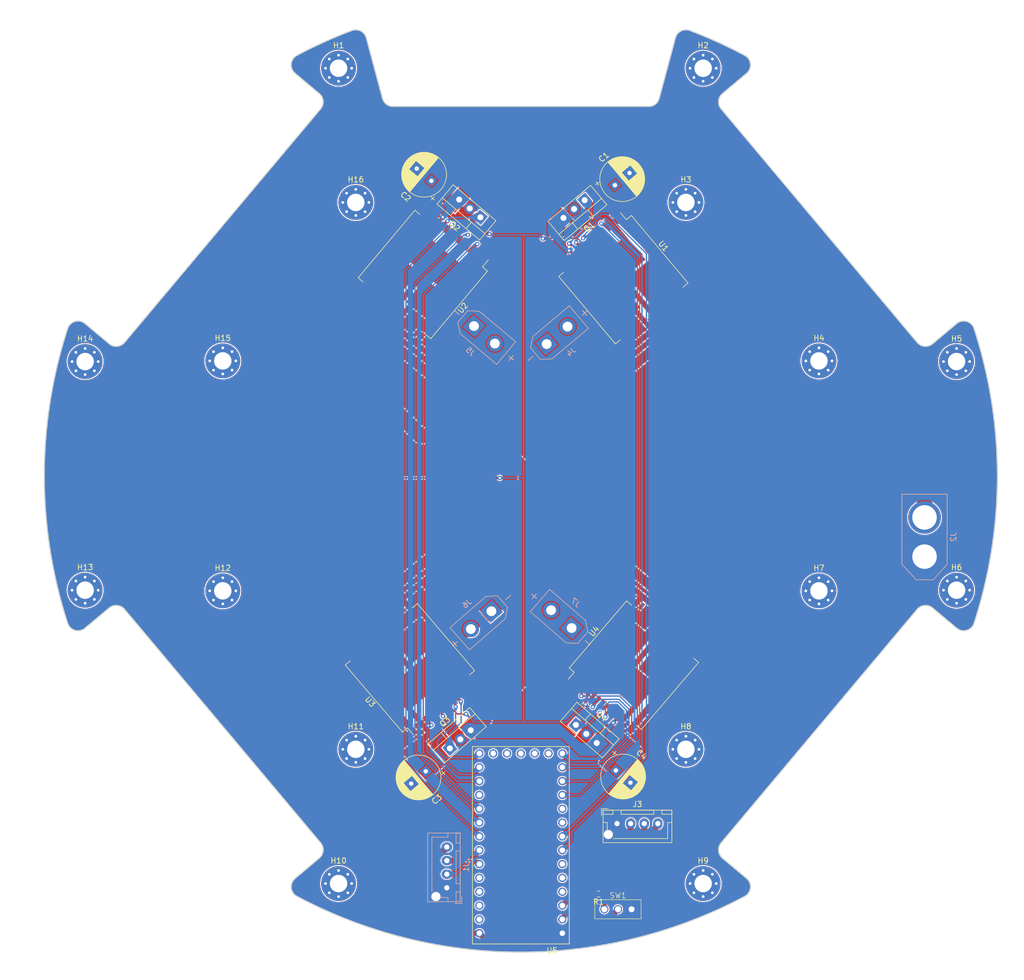
<source format=kicad_pcb>
(kicad_pcb (version 20240108) (generator "pcbnew") (generator_version "8.0")
  (layers (0 "F.Cu" signal) (31 "B.Cu" signal) (34 "B.Paste" user) (35 "F.Paste" user) (36 "B.SilkS" user "B.Silkscreen") (37 "F.SilkS" user "F.Silkscreen") (38 "B.Mask" user) (39 "F.Mask" user) (44 "Edge.Cuts" user))
  (net 0 "")
  (net 1 "GND")
  (net 2 "+5V")
  (net 3 "/TXL1")
  (net 4 "/RXL1")
  (net 5 "+12V")
  (net 6 "/TXL3")
  (net 7 "/RXL3")
  (net 8 "Net-(Q1-D)")
  (net 9 "Net-(J5-Pin_2)")
  (net 10 "Net-(J5-Pin_1)")
  (net 19 "Net-(J4-Pin_1)")
  (net 22 "Net-(J4-Pin_2)")
  (net 30 "Net-(J6-Pin_1)")
  (net 31 "Net-(J6-Pin_2)")
  (net 39 "Net-(J7-Pin_1)")
  (net 43 "Net-(J7-Pin_2)")
  (net 49 "Net-(Q2-D)")
  (net 203 "PWM_1")
  (net 204 "INA_2")
  (net 205 "INB_2")
  (net 206 "PWM_2")
  (net 207 "INA_1")
  (net 208 "INB_1")
  (net 209 "INA_3")
  (net 210 "INB_3")
  (net 211 "PWM_3")
  (net 212 "INA_4")
  (net 213 "INB_4")
  (net 214 "PWM_4")
  (net 215 "Net-(Q3-D)")
  (net 216 "Net-(Q4-D)")
  (net 217 "/Motor Driver/CP2")
  (net 218 "/Motor Driver/CP3")
  (net 219 "/Motor Driver/CP4")
  (net 220 "/Motor Driver/MD")
  (net 222 "/Motor Driver/CP1")
  (net 223 "Net-(SW1-A)")
  (footprint "Package_TO_SOT_THT:TO-220-3_Vertical" (layer "F.Cu") (at 121.485754 51.67732 -140)
    (property "Reference" "Q1")
    (property "Value" "IRF540N")
  )
  (footprint "Package_SO:ST_MultiPowerSO-30" (layer "F.Cu") (at 130.535233 137.110257 49.5)
    (property "Reference" "U4")
    (property "Value" "VNH5019A-E")
  )
  (footprint "Capacitor_THT:CP_Radial_D8.0mm_P3.50mm" (layer "F.Cu") (at 127.208844 156.440243 -40)
    (property "Reference" "C4")
    (property "Value" "680uF")
  )
  (footprint "MountingHole:MountingHole_3.2mm_M3_Pad_Via" (layer "F.Cu") (at 189.771569 123.326868)
    (property "Reference" "H6")
    (property "Value" "MountingHole_Pad")
  )
  (footprint "Package_TO_SOT_THT:TO-220-3_Vertical" (layer "F.Cu") (at 96.74 152.39 41)
    (property "Reference" "Q3")
    (property "Value" "IRF540N")
  )
  (footprint "Package_TO_SOT_THT:TO-220-3_Vertical" (layer "F.Cu") (at 119.873063 148.066811 -41)
    (property "Reference" "Q4")
    (property "Value" "IRF540N")
  )
  (footprint "MountingHole:MountingHole_3.2mm_M3_Pad_Via" (layer "F.Cu") (at 55.043138 81.207)
    (property "Reference" "H15")
    (property "Value" "MountingHole_Pad")
  )
  (footprint "MountingHole:MountingHole_3.2mm_M3_Pad_Via" (layer "F.Cu") (at 164.5 123.446736)
    (property "Reference" "H7")
    (property "Value" "MountingHole_Pad")
  )
  (footprint "Capacitor_THT:CP_Radial_D8.0mm_P3.50mm" (layer "F.Cu") (at 93.34 48.13 140)
    (property "Reference" "C2")
    (property "Value" "680uF")
  )
  (footprint "MountingHole:MountingHole_3.2mm_M3_Pad_Via" (layer "F.Cu") (at 29.771569 81.326868)
    (property "Reference" "H14")
    (property "Value" "MountingHole_Pad")
  )
  (footprint "MountingHole:MountingHole_3.2mm_M3_Pad_Via" (layer "F.Cu") (at 164.5 81.207)
    (property "Reference" "H4")
    (property "Value" "MountingHole_Pad")
  )
  (footprint "MountingHole:MountingHole_3.2mm_M3_Pad_Via" (layer "F.Cu") (at 143.241569 177.216868)
    (property "Reference" "H9")
    (property "Value" "MountingHole_Pad")
  )
  (footprint "MountingHole:MountingHole_3.2mm_M3_Pad_Via" (layer "F.Cu") (at 76.301569 177.216868)
    (property "Reference" "H10")
    (property "Value" "MountingHole_Pad")
  )
  (footprint "Package_SO:ST_MultiPowerSO-30" (layer "F.Cu") (at 89.405005 137.59295 130.5)
    (property "Reference" "U3")
    (property "Value" "VNH5019A-E")
  )
  (footprint "MountingHole:MountingHole_3.2mm_M3_Pad_Via" (layer "F.Cu") (at 143.241569 27.446868)
    (property "Reference" "H2")
    (property "Value" "MountingHole_Pad")
  )
  (footprint "MountingHole:MountingHole_3.2mm_M3_Pad_Via" (layer "F.Cu") (at 76.301569 27.446868)
    (property "Reference" "H1")
    (property "Value" "MountingHole_Pad")
  )
  (footprint "Package_SO:ST_MultiPowerSO-30" (layer "F.Cu") (at 128.599685 66.29379 -50)
    (property "Reference" "U1")
    (property "Value" "VNH5019A-E")
  )
  (footprint "Capacitor_THT:CP_Radial_D8.0mm_P3.50mm" (layer "F.Cu") (at 127.044961 48.934877 40)
    (property "Reference" "C1")
    (property "Value" "680uF")
  )
  (footprint "Button_Switch_THT:SS12D00G3-2.5mm" (layer "F.Cu") (at 127.6 181.94)
    (property "Reference" "SW1")
    (property "Value" "SW_SPDT")
  )
  (footprint "MountingHole:MountingHole_3.2mm_M3_Pad_Via" (layer "F.Cu") (at 140.074071 52.097311)
    (property "Reference" "H3")
    (property "Value" "MountingHole_Pad")
  )
  (footprint "Package_TO_SOT_THT:TO-220-3_Vertical" (layer "F.Cu") (at 102.34 54.83 140)
    (property "Reference" "Q2")
    (property "Value" "IRF540N")
  )
  (footprint "MountingHole:MountingHole_3.2mm_M3_Pad_Via" (layer "F.Cu") (at 79.469067 52.097311)
    (property "Reference" "H16")
    (property "Value" "MountingHole_Pad")
  )
  (footprint "Package_SO:ST_MultiPowerSO-30" (layer "F.Cu") (at 91.771569 65.326868 -130)
    (property "Reference" "U2")
    (property "Value" "VNH5019A-E")
  )
  (footprint "MountingHole:MountingHole_3.2mm_M3_Pad_Via" (layer "F.Cu") (at 140.074071 152.556425)
    (property "Reference" "H8")
    (property "Value" "MountingHole_Pad")
  )
  (footprint "MountingHole:MountingHole_3.2mm_M3_Pad_Via" (layer "F.Cu") (at 189.771569 81.326868)
    (property "Reference" "H5")
    (property "Value" "MountingHole_Pad")
  )
  (footprint "Board:MODULE_DEV-15583" (layer "F.Cu") (at 109.771569 169.826868 180)
    (property "Reference" "U5")
    (property "Value" "DEV-15583")
  )
  (footprint "Capacitor_THT:CP_Radial_D8.0mm_P3.50mm" (layer "F.Cu") (at 92.31504 156.605122 -140)
    (property "Reference" "C3")
    (property "Value" "680uF")
  )
  (footprint "MountingHole:MountingHole_3.2mm_M3_Pad_Via" (layer "F.Cu") (at 79.469067 152.556425)
    (property "Reference" "H11")
    (property "Value" "MountingHole_Pad")
  )
  (footprint "MountingHole:MountingHole_3.2mm_M3_Pad_Via" (layer "F.Cu") (at 29.771569 123.326868)
    (property "Reference" "H13")
    (property "Value" "MountingHole_Pad")
  )
  (footprint "MountingHole:MountingHole_3.2mm_M3_Pad_Via" (layer "F.Cu") (at 55.043138 123.446736)
    (property "Reference" "H12")
    (property "Value" "MountingHole_Pad" (hide yes))
  )
  (footprint "Connector_JST:JST_XH_B4B-XH-AM_1x04_P2.50mm_Vertical" (layer "F.Cu") (at 127.43 166.2)
    (property "Reference" "J3")
    (property "Value" "Conn_01x04")
  )
  (footprint "Resistor_SMD:R_0603_1608Metric_Pad0.98x0.95mm_HandSolder" (layer "F.Cu") (at 124.03 179.15 180)
    (property "Reference" "R1")
    (property "Value" "3.3k")
  )
  (footprint "Connector_AMASS:AMASS_XT30UPB-F_1x02_P5.0mm_Vertical" (layer "B.Cu") (at 104.363213 127.189291 -139)
    (property "Reference" "J6")
    (property "Value" "Conn_01x02")
  )
  (footprint "Connector_AMASS:AMASS_XT60-M_1x02_P7.20mm_Vertical" (layer "B.Cu") (at 183.89 117.16 90)
    (property "Reference" "J2")
    (property "Value" "Conn_01x02")
  )
  (footprint "Connector_JST:JST_XH_B4B-XH-AM_1x04_P2.50mm_Vertical" (layer "B.Cu") (at 96.18 178 90)
    (property "Reference" "J1")
    (property "Value" "Conn_01x04")
  )
  (footprint "Connector_AMASS:AMASS_XT30UPB-F_1x02_P5.0mm_Vertical" (layer "B.Cu") (at 119.093547 130.280294 139)
    (property "Reference" "J7")
    (property "Value" "Conn_01x02")
  )
  (footprint "Connector_AMASS:AMASS_XT30UPB-F_1x02_P5.0mm_Vertical" (layer "B.Cu") (at 101.169779 74.806062 -40)
    (property "Reference" "J5")
    (property "Value" "Conn_01x02")
  )
  (footprint "Connector_AMASS:AMASS_XT30UPB-F_1x02_P5.0mm_Vertical" (layer "B.Cu") (at 114.516129 78.111297 40)
    (property "Reference" "J4")
    (property "Value" "Conn_01x02")
  )
  (gr_line (start 72.99759 34.91831) (end 37.001484 77.816798) (stroke (width 0.2)) (layer "Edge.Cuts"))
  (gr_arc (start 72.99759 169.735426) (mid 73.457871 171.195311) (end 72.751077 172.553091) (stroke (width 0.2)) (layer "Edge.Cuts"))
  (gr_line (start 29.751583 130.309513) (end 34.18382 126.590424) (stroke (width 0.2)) (layer "Edge.Cuts"))
  (gr_arc (start 192.97931 129.39615) (mid 191.628363 130.700074) (end 189.791847 130.309513) (stroke (width 0.2)) (layer "Edge.Cuts"))
  (gr_arc (start 78.751499 20.510023) (mid 80.372179 20.599995) (end 81.392384 21.862484) (stroke (width 0.2)) (layer "Edge.Cuts"))
  (gr_arc (start 86.306369 34.474319) (mid 85.088882 34.06098) (end 84.374517 32.991957) (stroke (width 0.2)) (layer "Edge.Cuts"))
  (gr_arc (start 185.35961 78.063312) (mid 183.899736 78.523611) (end 182.541946 77.816798) (stroke (width 0.2)) (layer "Edge.Cuts"))
  (gr_line (start 185.35961 126.590424) (end 189.791847 130.309513) (stroke (width 0.2)) (layer "Edge.Cuts"))
  (gr_arc (start 68.664828 25.083914) (mid 73.635723 22.637217) (end 78.751499 20.510023) (stroke (width 0.2)) (layer "Edge.Cuts"))
  (gr_arc (start 26.56412 75.257586) (mid 27.915074 73.953657) (end 29.751583 74.344223) (stroke (width 0.2)) (layer "Edge.Cuts"))
  (gr_line (start 72.751077 172.553091) (end 68.318839 176.272179) (stroke (width 0.2)) (layer "Edge.Cuts"))
  (gr_arc (start 29.751583 130.309513) (mid 27.915083 130.700049) (end 26.56412 129.39615) (stroke (width 0.2)) (layer "Edge.Cuts"))
  (gr_arc (start 72.751077 32.100645) (mid 73.45792 33.45842) (end 72.99759 34.91831) (stroke (width 0.2)) (layer "Edge.Cuts"))
  (gr_line (start 146.792353 32.100645) (end 151.224591 28.381557) (stroke (width 0.2)) (layer "Edge.Cuts"))
  (gr_arc (start 150.878602 179.569822) (mid 109.771715 189.826868) (end 68.664828 179.569822) (stroke (width 0.2)) (layer "Edge.Cuts"))
  (gr_arc (start 189.791847 74.344223) (mid 191.628379 73.953654) (end 192.97931 75.257586) (stroke (width 0.2)) (layer "Edge.Cuts"))
  (gr_line (start 189.791847 74.344223) (end 185.35961 78.063312) (stroke (width 0.2)) (layer "Edge.Cuts"))
  (gr_arc (start 138.151046 21.862484) (mid 139.171263 20.600003) (end 140.791931 20.510023) (stroke (width 0.2)) (layer "Edge.Cuts"))
  (gr_arc (start 34.18382 126.590424) (mid 35.643709 126.130098) (end 37.001484 126.836938) (stroke (width 0.2)) (layer "Edge.Cuts"))
  (gr_arc (start 146.54584 34.91831) (mid 146.085584 33.458427) (end 146.792353 32.100645) (stroke (width 0.2)) (layer "Edge.Cuts"))
  (gr_line (start 182.541946 77.816798) (end 146.54584 34.91831) (stroke (width 0.2)) (layer "Edge.Cuts"))
  (gr_line (start 151.224591 176.272179) (end 146.792353 172.553091) (stroke (width 0.2)) (layer "Edge.Cuts"))
  (gr_line (start 34.18382 78.063312) (end 29.751583 74.344223) (stroke (width 0.2)) (layer "Edge.Cuts"))
  (gr_arc (start 68.318839 28.381557) (mid 67.615333 26.640773) (end 68.664828 25.083914) (stroke (width 0.2)) (layer "Edge.Cuts"))
  (gr_line (start 133.237061 34.474319) (end 86.306369 34.474319) (stroke (width 0.2)) (layer "Edge.Cuts"))
  (gr_arc (start 151.224591 176.272179) (mid 151.928096 178.012963) (end 150.878602 179.569822) (stroke (width 0.2)) (layer "Edge.Cuts"))
  (gr_arc (start 135.168913 32.991957) (mid 134.454597 34.061035) (end 133.237061 34.474319) (stroke (width 0.2)) (layer "Edge.Cuts"))
  (gr_arc (start 26.56412 129.39615) (mid 22.271716 102.326868) (end 26.56412 75.257586) (stroke (width 0.2)) (layer "Edge.Cuts"))
  (gr_arc (start 37.001484 77.816798) (mid 35.643707 78.523614) (end 34.18382 78.063312) (stroke (width 0.2)) (layer "Edge.Cuts"))
  (gr_line (start 138.151046 21.862484) (end 135.168913 32.991957) (stroke (width 0.2)) (layer "Edge.Cuts"))
  (gr_line (start 68.318839 28.381557) (end 72.751077 32.100645) (stroke (width 0.2)) (layer "Edge.Cuts"))
  (gr_line (start 146.54584 169.735426) (end 182.541946 126.836938) (stroke (width 0.2)) (layer "Edge.Cuts"))
  (gr_arc (start 192.97931 75.257586) (mid 197.271714 102.326868) (end 192.97931 129.39615) (stroke (width 0.2)) (layer "Edge.Cuts"))
  (gr_arc (start 182.541946 126.836938) (mid 183.899731 126.130102) (end 185.35961 126.590424) (stroke (width 0.2)) (layer "Edge.Cuts"))
  (gr_line (start 84.374517 32.991957) (end 81.392384 21.862484) (stroke (width 0.2)) (layer "Edge.Cuts"))
  (gr_arc (start 146.792353 172.553091) (mid 146.08553 171.195317) (end 146.54584 169.735426) (stroke (width 0.2)) (layer "Edge.Cuts"))
  (gr_line (start 37.001484 126.836938) (end 72.99759 169.735426) (stroke (width 0.2)) (layer "Edge.Cuts"))
  (gr_arc (start 68.664828 179.569822) (mid 67.615332 178.012963) (end 68.318839 176.272179) (stroke (width 0.2)) (layer "Edge.Cuts"))
  (gr_arc (start 140.791931 20.510023) (mid 145.907706 22.63722) (end 150.878602 25.083914) (stroke (width 0.2)) (layer "Edge.Cuts"))
  (gr_arc (start 150.878602 25.083914) (mid 151.928101 26.640773) (end 151.224591 28.381557) (stroke (width 0.2)) (layer "Edge.Cuts"))
  (segment (start 91.06 178.07) (end 99.326868 186.336868) (width 0.25) (layer "F.Cu") (net 2))
  (segment (start 96.18 170.5) (end 91.06 175.62) (width 0.25) (layer "F.Cu") (net 2))
  (segment (start 123.1175 179.15) (end 123.1175 182.9525) (width 0.25) (layer "F.Cu") (net 2))
  (segment (start 123.1175 178.6925) (end 123.1175 179.15) (width 0.25) (layer "F.Cu") (net 2))
  (segment (start 103.614701 187.8) (end 102.151569 186.336868) (width 0.25) (layer "F.Cu") (net 2))
  (segment (start 91.06 175.62) (end 91.06 178.07) (width 0.25) (layer "F.Cu") (net 2))
  (segment (start 123.1175 182.9525) (end 118.27 187.8) (width 0.25) (layer "F.Cu") (net 2))
  (segment (start 118.27 187.8) (end 103.614701 187.8) (width 0.25) (layer "F.Cu") (net 2))
  (segment (start 134.93 166.88) (end 123.1175 178.6925) (width 0.25) (layer "F.Cu") (net 2))
  (segment (start 134.93 166.2) (end 134.93 166.88) (width 0.25) (layer "F.Cu") (net 2))
  (segment (start 99.326868 186.336868) (end 102.151569 186.336868) (width 0.25) (layer "F.Cu") (net 2))
  (segment (start 96.18 175.5) (end 97.748437 175.5) (width 0.25) (layer "B.Cu") (net 3))
  (segment (start 97.748437 175.5) (end 102.151569 171.096868) (width 0.25) (layer "B.Cu") (net 3))
  (segment (start 101.514701 173) (end 102.151569 173.636868) (width 0.25) (layer "F.Cu") (net 4))
  (segment (start 96.18 173) (end 101.514701 173) (width 0.25) (layer "F.Cu") (net 4))
  (segment (start 126.74 147.557398) (end 127.650644 146.646754) (width 0.25) (layer "F.Cu") (net 5))
  (segment (start 183.89 84.27) (end 183.89 109.96) (width 2.75) (layer "F.Cu") (net 5))
  (segment (start 95.44 54.89839) (end 94.572828 55.765562) (width 0.25) (layer "F.Cu") (net 5))
  (segment (start 99.099064 50.614291) (end 98.362314 51.492324) (width 2.75) (layer "F.Cu") (net 5))
  (segment (start 138.06 38.44) (end 183.89 84.27) (width 2.75) (layer "F.Cu") (net 5))
  (segment (start 118.62 60.93) (end 118.725285 60.93) (width 0.25) (layer "F.Cu") (net 5))
  (segment (start 110.73 101.56) (end 110.73 138.912243) (width 2.75) (layer "F.Cu") (net 5))
  (segment (start 63.35 66.96) (end 91.35 94.96) (width 2.75) (layer "F.Cu") (net 5))
  (segment (start 101.654219 48.059136) (end 99.099064 50.614291) (width 2.75) (layer "F.Cu") (net 5))
  (segment (start 91.35 94.96) (end 104.13 94.96) (width 2.75) (layer "F.Cu") (net 5))
  (segment (start 95.44 54.78) (end 95.44 54.89839) (width 0.25) (layer "F.Cu") (net 5))
  (segment (start 110.2 48.059136) (end 117.316555 55.175691) (width 2.75) (layer "F.Cu") (net 5))
  (segment (start 63.35 53.85) (end 63.35 66.96) (width 2.75) (layer "F.Cu") (net 5))
  (segment (start 110.73 138.912243) (end 100.65883 148.983413) (width 2.75) (layer "F.Cu") (net 5))
  (segment (start 110.2 48.059136) (end 101.654219 48.059136) (width 2.75) (layer "F.Cu") (net 5))
  (segment (start 112.98 38.44) (end 110.2 41.22) (width 2.75) (layer "F.Cu") (net 5))
  (segment (start 126.74 147.7) (end 126.74 147.557398) (width 0.25) (layer "F.Cu") (net 5))
  (segment (start 112.98 38.44) (end 78.76 38.44) (width 2.75) (layer "F.Cu") (net 5))
  (segment (start 118.725285 60.93) (end 119.67007 61.874785) (width 0.25) (layer "F.Cu") (net 5))
  (segment (start 112.98 38.44) (end 138.06 38.44) (width 2.75) (layer "F.Cu") (net 5))
  (segment (start 104.13 94.96) (end 110.73 101.56) (width 2.75) (layer "F.Cu") (net 5))
  (segment (start 110.2 41.22) (end 110.2 48.059136) (width 2.75) (layer "F.Cu") (net 5))
  (segment (start 78.76 38.44) (end 63.35 53.85) (width 2.75) (layer "F.Cu") (net 5))
  (via (at 126.74 147.7) (size 0.8) (drill 0.4) (layers "F.Cu" "B.Cu") (net 5))
  (via (at 118.62 60.93) (size 0.8) (drill 0.4) (layers "F.Cu" "B.Cu") (net 5))
  (via (at 95.44 54.78) (size 0.8) (drill 0.4) (layers "F.Cu" "B.Cu") (net 5))
  (segment (start 129.93 166.2) (end 129.93 168.718437) (width 0.25) (layer "F.Cu") (net 6))
  (segment (start 129.93 168.718437) (end 117.391569 181.256868) (width 0.25) (layer "F.Cu") (net 6))
  (segment (start 117.391569 183.208431) (end 117.391569 183.796868) (width 0.25) (layer "F.Cu") (net 7))
  (segment (start 132.43 168.17) (end 117.391569 183.208431) (width 0.25) (layer "F.Cu") (net 7))
  (segment (start 132.43 166.2) (end 132.43 168.17) (width 0.25) (layer "F.Cu") (net 7))
  (segment (start 121.595872 58.249434) (end 123.08888 58.249434) (width 0.25) (layer "F.Cu") (net 203))
  (segment (start 123.08888 58.249434) (end 123.500293 58.660847) (width 0.25) (layer "F.Cu") (net 203))
  (segment (start 121.185306 58.66) (end 121.595872 58.249434) (width 0.25) (layer "F.Cu") (net 203))
  (via (at 121.185306 58.66) (size 0.8) (drill 0.4) (layers "F.Cu" "B.Cu") (net 203))
  (segment (start 132.01 153.938437) (end 117.391569 168.556868) (width 0.25) (layer "B.Cu") (net 203))
  (segment (start 124.48 55.01) (end 125.41 55.01) (width 0.25) (layer "B.Cu") (net 203))
  (segment (start 125.41 55.01) (end 132.01 61.61) (width 0.25) (layer "B.Cu") (net 203))
  (segment (start 121.185306 58.66) (end 121.185306 58.304694) (width 0.25) (layer "B.Cu") (net 203))
  (segment (start 132.01 61.61) (end 132.01 153.938437) (width 0.25) (layer "B.Cu") (net 203))
  (segment (start 121.185306 58.304694) (end 124.48 55.01) (width 0.25) (layer "B.Cu") (net 203))
  (segment (start 100.701184 60.808816) (end 100.701184 60.907863) (width 0.25) (layer "F.Cu") (net 204))
  (segment (start 101.77 59.74) (end 100.701184 60.808816) (width 0.25) (layer "F.Cu") (net 204))
  (via (at 101.77 59.74) (size 0.8) (drill 0.4) (layers "F.Cu" "B.Cu") (net 204))
  (segment (start 91.855 69.115) (end 91.855 153.180299) (width 0.25) (layer "B.Cu") (net 204))
  (segment (start 101.23 59.74) (end 91.855 69.115) (width 0.25) (layer "B.Cu") (net 204))
  (segment (start 101.77 59.74) (end 101.23 59.74) (width 0.25) (layer "B.Cu") (net 204))
  (segment (start 91.855 153.180299) (end 102.151569 163.476868) (width 0.25) (layer "B.Cu") (net 204))
  (segment (start 97.008373 56.147681) (end 96.104917 57.051137) (width 0.25) (layer "F.Cu") (net 205))
  (segment (start 97.17 56.147681) (end 97.008373 56.147681) (width 0.25) (layer "F.Cu") (net 205))
  (via (at 97.17 56.147681) (size 0.8) (drill 0.4) (layers "F.Cu" "B.Cu") (net 205))
  (segment (start 97.002319 56.147681) (end 88.69 64.46) (width 0.25) (layer "B.Cu") (net 205))
  (segment (start 88.69 64.46) (end 88.69 155.095299) (width 0.25) (layer "B.Cu") (net 205))
  (segment (start 97.17 56.147681) (end 97.002319 56.147681) (width 0.25) (layer "B.Cu") (net 205))
  (segment (start 88.69 155.095299) (end 102.151569 168.556868) (width 0.25) (layer "B.Cu") (net 205))
  (segment (start 99.33255 58.05) (end 98.40305 58.9795) (width 0.25) (layer "F.Cu") (net 206))
  (segment (start 100.06 58.05) (end 99.33255 58.05) (width 0.25) (layer "F.Cu") (net 206))
  (via (at 100.06 58.05) (size 0.8) (drill 0.4) (layers "F.Cu" "B.Cu") (net 206))
  (segment (start 101.06 164.925299) (end 102.151569 166.016868) (width 0.25) (layer "B.Cu") (net 206))
  (segment (start 90.33 67.04) (end 90.33 152.934792) (width 0.25) (layer "B.Cu") (net 206))
  (segment (start 100.06 58.05) (end 99.32 58.05) (width 0.25) (layer "B.Cu") (net 206))
  (segment (start 99.32 58.05) (end 90.33 67.04) (width 0.25) (layer "B.Cu") (net 206))
  (segment (start 90.33 152.934792) (end 101.06 163.664792) (width 0.25) (layer "B.Cu") (net 206))
  (segment (start 101.06 163.664792) (end 101.06 164.925299) (width 0.25) (layer "B.Cu") (net 206))
  (segment (start 125.028594 55.962653) (end 125.798426 56.732485) (width 0.25) (layer "F.Cu") (net 207))
  (segment (start 124.552653 55.962653) (end 125.028594 55.962653) (width 0.25) (layer "F.Cu") (net 207))
  (via (at 124.552653 55.962653) (size 0.8) (drill 0.4) (layers "F.Cu" "B.Cu") (net 207))
  (segment (start 120.623132 160.936868) (end 117.391569 160.936868) (width 0.25) (layer "B.Cu") (net 207))
  (segment (start 131.15 62.54) (end 131.15 150.41) (width 0.25) (layer "B.Cu") (net 207))
  (segment (start 124.572653 55.962653) (end 131.15 62.54) (width 0.25) (layer "B.Cu") (net 207))
  (segment (start 124.552653 55.962653) (end 124.572653 55.962653) (width 0.25) (layer "B.Cu") (net 207))
  (segment (start 131.15 150.41) (end 120.623132 160.936868) (width 0.25) (layer "B.Cu") (net 207))
  (segment (start 119.9 59.45) (end 121.039209 60.589209) (width 0.25) (layer "F.Cu") (net 208))
  (segment (start 121.039209 60.589209) (end 121.202158 60.589209) (width 0.25) (layer "F.Cu") (net 208))
  (via (at 119.9 59.45) (size 0.8) (drill 0.4) (layers "F.Cu" "B.Cu") (net 208))
  (segment (start 119.9 59.45) (end 119.9 58.92) (width 0.25) (layer "B.Cu") (net 208))
  (segment (start 119.9 58.92) (end 124.56 54.26) (width 0.25) (layer "B.Cu") (net 208))
  (segment (start 125.58 54.26) (end 132.83 61.51) (width 0.25) (layer "B.Cu") (net 208))
  (segment (start 132.83 153.97) (end 119.17 167.63) (width 0.25) (layer "B.Cu") (net 208))
  (segment (start 124.56 54.26) (end 125.58 54.26) (width 0.25) (layer "B.Cu") (net 208))
  (segment (start 119.17 167.63) (end 119.17 169.318437) (width 0.25) (layer "B.Cu") (net 208))
  (segment (start 119.17 169.318437) (end 117.391569 171.096868) (width 0.25) (layer "B.Cu") (net 208))
  (segment (start 132.83 61.51) (end 132.83 153.97) (width 0.25) (layer "B.Cu") (net 208))
  (segment (start 93.260147 148.1) (end 92.289594 147.129447) (width 0.25) (layer "F.Cu") (net 209))
  (segment (start 93.36 148.1) (end 93.260147 148.1) (width 0.25) (layer "F.Cu") (net 209))
  (via (at 93.36 148.1) (size 0.8) (drill 0.4) (layers "F.Cu" "B.Cu") (net 209))
  (segment (start 93.36 148.1) (end 92.58 148.88) (width 0.25) (layer "B.Cu") (net 209))
  (segment (start 92.58 148.88) (end 92.58 152.906792) (width 0.25) (layer "B.Cu") (net 209))
  (segment (start 98.070076 158.396868) (end 102.151569 158.396868) (width 0.25) (layer "B.Cu") (net 209))
  (segment (start 92.58 152.906792) (end 98.070076 158.396868) (width 0.25) (layer "B.Cu") (net 209))
  (segment (start 97.79 144.73) (end 97.79 144.170728) (width 0.25) (layer "F.Cu") (net 210))
  (segment (start 97.79 144.170728) (end 96.852031 143.232759) (width 0.25) (layer "F.Cu") (net 210))
  (via (at 97.79 144.73) (size 0.8) (drill 0.4) (layers "F.Cu" "B.Cu") (net 210))
  (segment (start 97.79 144.73) (end 97.79 147.71) (width 0.25) (layer "B.Cu") (net 210))
  (segment (start 94.53 152.66) (end 95.98 154.11) (width 0.25) (layer "B.Cu") (net 210))
  (segment (start 95.98 154.11) (end 101.358437 154.11) (width 0.25) (layer "B.Cu") (net 210))
  (segment (start 94.53 150.97) (end 94.53 152.66) (width 0.25) (layer "B.Cu") (net 210))
  (segment (start 97.79 147.71) (end 94.53 150.97) (width 0.25) (layer "B.Cu") (net 210))
  (segment (start 101.358437 154.11) (end 102.151569 153.316868) (width 0.25) (layer "B.Cu") (net 210))
  (segment (start 95.47 146.080291) (end 94.570812 145.181103) (width 0.25) (layer "F.Cu") (net 211))
  (segment (start 95.47 146.47) (end 95.47 146.080291) (width 0.25) (layer "F.Cu") (net 211))
  (via (at 95.47 146.47) (size 0.8) (drill 0.4) (layers "F.Cu" "B.Cu") (net 211))
  (segment (start 93.38 152.16) (end 98.37 157.15) (width 0.25) (layer "B.Cu") (net 211))
  (segment (start 93.38 151.24) (end 93.38 152.16) (width 0.25) (layer "B.Cu") (net 211))
  (segment (start 96.47 148.15) (end 93.38 151.24) (width 0.25) (layer "B.Cu") (net 211))
  (segment (start 100.858437 157.15) (end 102.151569 155.856868) (width 0.25) (layer "B.Cu") (net 211))
  (segment (start 95.47 146.47) (end 96.47 147.47) (width 0.25) (layer "B.Cu") (net 211))
  (segment (start 96.47 147.47) (end 96.47 148.15) (width 0.25) (layer "B.Cu") (net 211))
  (segment (start 98.37 157.15) (end 100.858437 157.15) (width 0.25) (layer "B.Cu") (net 211))
  (segment (start 120.88 142.138565) (end 121.567396 141.451169) (width 0.25) (layer "F.Cu") (net 212))
  (segment (start 120.88 142.77) (end 120.88 142.138565) (width 0.25) (layer "F.Cu") (net 212))
  (segment (start 120.701512 142.77) (end 120.88 142.77) (width 0.25) (layer "F.Cu") (net 212))
  (via (at 120.88 142.77) (size 0.8) (drill 0.4) (layers "F.Cu" "B.Cu") (net 212))
  (segment (start 117.391569 158.396868) (end 122.526736 158.396868) (width 0.25) (layer "B.Cu") (net 212))
  (segment (start 130.12 150.803604) (end 130.12 144.99) (width 0.25) (layer "B.Cu") (net 212))
  (segment (start 130.12 144.99) (end 127.9 142.77) (width 0.25) (layer "B.Cu") (net 212))
  (segment (start 127.9 142.77) (end 120.88 142.77) (width 0.25) (layer "B.Cu") (net 212))
  (segment (start 122.526736 158.396868) (end 130.12 150.803604) (width 0.25) (layer "B.Cu") (net 212))
  (segment (start 125.28 146.64) (end 125.28 146.197691) (width 0.25) (layer "F.Cu") (net 213))
  (segment (start 125.28 146.650638) (end 125.28 146.64) (width 0.25) (layer "F.Cu") (net 213))
  (segment (start 125.28 146.197691) (end 126.129832 145.347859) (width 0.25) (layer "F.Cu") (net 213))
  (via (at 125.28 146.64) (size 0.8) (drill 0.4) (layers "F.Cu" "B.Cu") (net 213))
  (segment (start 126.03 143.85) (end 127.63 143.85) (width 0.25) (layer "B.Cu") (net 213))
  (segment (start 124.75 154.88) (end 118.954701 154.88) (width 0.25) (layer "B.Cu") (net 213))
  (segment (start 129.14 150.49) (end 124.75 154.88) (width 0.25) (layer "B.Cu") (net 213))
  (segment (start 129.14 145.36) (end 129.14 150.49) (width 0.25) (layer "B.Cu") (net 213))
  (segment (start 118.954701 154.88) (end 117.391569 153.316868) (width 0.25) (layer "B.Cu") (net 213))
  (segment (start 127.63 143.85) (end 129.14 145.36) (width 0.25) (layer "B.Cu") (net 213))
  (segment (start 125.28 144.6) (end 126.03 143.85) (width 0.25) (layer "B.Cu") (net 213))
  (segment (start 125.28 146.64) (end 125.28 144.6) (width 0.25) (layer "B.Cu") (net 213))
  (segment (start 122.96 144.78) (end 122.96 144.288127) (width 0.25) (layer "F.Cu") (net 214))
  (segment (start 122.811074 144.89) (end 122.84 144.89) (width 0.25) (layer "F.Cu") (net 214))
  (segment (start 122.96 144.288127) (end 123.848614 143.399513) (width 0.25) (layer "F.Cu") (net 214))
  (segment (start 122.84 144.89) (end 122.85 144.89) (width 0.25) (layer "F.Cu") (net 214))
  (segment (start 122.85 144.89) (end 122.96 144.78) (width 0.25) (layer "F.Cu") (net 214))
  (via (at 122.96 144.78) (size 0.8) (drill 0.4) (layers "F.Cu" "B.Cu") (net 214))
  (segment (start 129.61 145.19) (end 129.61 150.677208) (width 0.25) (layer "B.Cu") (net 214))
  (segment (start 122.96 144.78) (end 124.36 143.38) (width 0.25) (layer "B.Cu") (net 214))
  (segment (start 124.36 143.38) (end 127.8 143.38) (width 0.25) (layer "B.Cu") (net 214))
  (segment (start 124.43034 155.856868) (end 117.391569 155.856868) (width 0.25) (layer "B.Cu") (net 214))
  (segment (start 127.8 143.38) (end 129.61 145.19) (width 0.25) (layer "B.Cu") (net 214))
  (segment (start 129.61 150.677208) (end 124.43034 155.856868) (width 0.25) (layer "B.Cu") (net 214))
  (segment (start 95.637281 56.162719) (end 95.584504 56.162719) (width 0.25) (layer "F.Cu") (net 217))
  (segment (start 95.584504 56.162719) (end 95.338873 56.40835) (width 0.25) (layer "F.Cu") (net 217))
  (segment (start 96.29 55.51) (end 95.637281 56.162719) (width 0.25) (layer "F.Cu") (net 217))
  (via (at 96.29 55.51) (size 0.8) (drill 0.4) (layers "F.Cu" "B.Cu") (net 217))
  (segment (start 96.97 54.83) (end 102.34 54.83) (width 0.25) (layer "B.Cu") (net 217))
  (segment (start 96.29 55.51) (end 96.97 54.83) (width 0.25) (layer "B.Cu") (net 217))
  (segment (start 98.74 143.74) (end 98.74 143.710874) (width 0.25) (layer "F.Cu") (net 218))
  (segment (start 98.74 143.710874) (end 97.612437 142.583311) (width 0.25) (layer "F.Cu") (net 218))
  (via (at 98.74 143.74) (size 0.8) (drill 0.4) (layers "F.Cu" "B.Cu") (net 218))
  (segment (start 96.74 149.67) (end 96.74 152.39) (width 0.25) (layer "B.Cu") (net 218))
  (segment (start 98.8 143.8) (end 98.8 147.61) (width 0.25) (layer "B.Cu") (net 218))
  (segment (start 98.8 147.61) (end 96.74 149.67) (width 0.25) (layer "B.Cu") (net 218))
  (segment (start 98.74 143.74) (end 98.8 143.8) (width 0.25) (layer "B.Cu") (net 218))
  (segment (start 126.890238 146.469762) (end 126.890238 145.997307) (width 0.25) (layer "F.Cu") (net 219))
  (segment (start 125.83 147.53) (end 126.890238 146.469762) (width 0.25) (layer "F.Cu") (net 219))
  (segment (start 125.144695 147.53) (end 125.83 147.53) (width 0.25) (layer "F.Cu") (net 219))
  (segment (start 124.305 146.690305) (end 125.144695 147.53) (width 0.25) (layer "F.Cu") (net 219))
  (segment (start 124.305 145.845) (end 124.305 146.690305) (width 0.25) (layer "F.Cu") (net 219))
  (via (at 124.305 145.845) (size 0.8) (drill 0.4) (layers "F.Cu" "B.Cu") (net 219))
  (segment (start 124.305 145.845) (end 122.083189 148.066811) (width 0.25) (layer "B.Cu") (net 219))
  (segment (start 124.305 145.845) (end 124.326962 145.866962) (width 0.25) (layer "B.Cu") (net 219))
  (segment (start 122.083189 148.066811) (end 119.873063 148.066811) (width 0.25) (layer "B.Cu") (net 219))
  (segment (start 96.091624 143.882206) (end 96.091624 144.056929) (width 0.25) (layer "F.Cu") (net 220))
  (segment (start 104.02 57.91) (end 102.290214 57.91) (width 0.25) (layer "F.Cu") (net 220))
  (segment (start 121.12 188.42) (end 127.6 181.94) (width 0.25) (layer "F.Cu") (net 220))
  (segment (start 122.659695 145.505) (end 123.619695 145.505) (width 0.25) (layer "F.Cu") (net 220))
  (segment (start 121.64 144.485305) (end 122.659695 145.505) (width 0.25) (layer "F.Cu") (net 220))
  (segment (start 124.004695 145.12) (end 124.947836 145.12) (width 0.25) (layer "F.Cu") (net 220))
  (segment (start 113.85 58.68) (end 119.83 58.68) (width 0.25) (layer "F.Cu") (net 220))
  (segment (start 113.85 58.68) (end 120.18 58.68) (width 0.25) (layer "F.Cu") (net 220))
  (segment (start 49.93 102.7) (end 42.95 109.68) (width 0.25) (layer "F.Cu") (net 220))
  (segment (start 124.553261 56.896151) (end 125.032381 57.375271) (width 0.25) (layer "F.Cu") (net 220))
  (segment (start 122.327801 142.553564) (end 122.327801 142.100617) (width 0.25) (layer "F.Cu") (net 220))
  (segment (start 85.67 179.26) (end 94.814797 188.404797) (width 0.25) (layer "F.Cu") (net 220))
  (segment (start 85.67 171.1) (end 85.67 179.26) (width 0.25) (layer "F.Cu") (net 220))
  (segment (start 92.571227 146.001227) (end 92.571227 145.378773) (width 0.25) (layer "F.Cu") (net 220))
  (segment (start 105.91 102.7) (end 49.93 102.7) (width 0.25) (layer "F.Cu") (net 220))
  (segment (start 94.470937 143.479063) (end 95.688481 143.479063) (width 0.25) (layer "F.Cu") (net 220))
  (segment (start 104.02 57.91) (end 103.324805 57.214805) (width 0.25) (layer "F.Cu") (net 220))
  (segment (start 124.947836 145.12) (end 125.369426 144.69841) (width 0.25) (layer "F.Cu") (net 220))
  (segment (start 94.903308 188.42) (end 121.12 188.42) (width 0.25) (layer "F.Cu") (net 220))
  (segment (start 121.567107 59.946423) (end 121.968204 59.946423) (width 0.25) (layer "F.Cu") (net 220))
  (segment (start 113.81 58.72) (end 113.85 58.68) (width 0.25) (layer "F.Cu") (net 220))
  (segment (start 119.83 58.68) (end 121.613849 56.896151) (width 0.25) (layer "F.Cu") (net 220))
  (segment (start 93.05 146.48) (end 92.571227 146.001227) (width 0.25) (layer "F.Cu") (net 220))
  (segment (start 42.95 109.68) (end 42.95 128.38) (width 0.25) (layer "F.Cu") (net 220))
  (segment (start 121.155693 59.535009) (end 121.567107 59.946423) (width 0.25) (layer "F.Cu") (net 220))
  (segment (start 121.613849 56.896151) (end 124.553261 56.896151) (width 0.25) (layer "F.Cu") (net 220))
  (segment (start 103.324805 57.214805) (end 97.350081 57.214805) (width 0.25) (layer "F.Cu") (net 220))
  (segment (start 121.64 144.31) (end 121.64 143.241365) (width 0.25) (layer "F.Cu") (net 220))
  (segment (start 97.350081 57.214805) (end 96.870961 57.693925) (width 0.25) (layer "F.Cu") (net 220))
  (segment (start 42.95 128.38) (end 85.67 171.1) (width 0.25) (layer "F.Cu") (net 220))
  (segment (start 92.571227 145.378773) (end 94.470937 143.479063) (width 0.25) (layer "F.Cu") (net 220))
  (segment (start 120.18 58.68) (end 121.035009 59.535009) (width 0.25) (layer "F.Cu") (net 220))
  (segment (start 98.094695 146.06) (end 99.71 146.06) (width 0.25) (layer "F.Cu") (net 220))
  (segment (start 121.64 143.241365) (end 122.327801 142.553564) (width 0.25) (layer "F.Cu") (net 220))
  (segment (start 96.091624 144.056929) (end 98.094695 146.06) (width 0.25) (layer "F.Cu") (net 220))
  (segment (start 121.64 144.31) (end 121.64 144.485305) (width 0.25) (layer "F.Cu") (net 220))
  (segment (start 102.290214 57.91) (end 99.935139 60.265075) (width 0.25) (layer "F.Cu") (net 220))
  (segment (start 123.619695 145.505) (end 124.004695 145.12) (width 0.25) (layer "F.Cu") (net 220))
  (segment (start 94.814797 188.404797) (end 94.903308 188.42) (width 0.25) (layer "F.Cu") (net 220))
  (segment (start 121.035009 59.535009) (end 121.155693 59.535009) (width 0.25) (layer "F.Cu") (net 220))
  (segment (start 95.688481 143.479063) (end 96.091624 143.882206) (width 0.25) (layer "F.Cu") (net 220))
  (via (at 105.91 102.7) (size 0.8) (drill 0.4) (layers "F.Cu" "B.Cu") (net 220))
  (via (at 121.64 144.31) (size 0.8) (drill 0.4) (layers "F.Cu" "B.Cu") (net 220))
  (via (at 113.81 58.72) (size 0.8) (drill 0.4) (layers "F.Cu" "B.Cu") (net 220))
  (via (at 104.02 57.91) (size 0.8) (drill 0.4) (layers "F.Cu" "B.Cu") (net 220))
  (via (at 99.71 146.06) (size 0.8) (drill 0.4) (layers "F.Cu" "B.Cu") (net 220))
  (segment (start 101.2 147.55) (end 110.28 147.55) (width 0.25) (layer "B.Cu") (net 220))
  (segment (start 113.81 58.72) (end 113.155 58.065) (width 0.25) (layer "B.Cu") (net 220))
  (segment (start 104.175 58.065) (end 110.28 58.065) (width 0.25) (layer "B.Cu") (net 220))
  (segment (start 118.13 147.55) (end 118.15 147.57) (width 0.25) (layer "B.Cu") (net 220))
  (segment (start 110.28 58.065) (end 110.28 102.7) (width 0.25) (layer "B.Cu") (net 220))
  (segment (start 104.02 57.91) (end 104.175 58.065) (width 0.25) (layer "B.Cu") (net 220))
  (segment (start 110.28 102.7) (end 110.28 147.55) (width 0.25) (layer "B.Cu") (net 220))
  (segment (start 110.28 147.55) (end 118.13 147.55) (width 0.25) (layer "B.Cu") (net 220))
  (segment (start 118.15 147.57) (end 121.41 144.31) (width 0.25) (layer "B.Cu") (net 220))
  (segment (start 110.28 102.7) (end 105.91 102.7) (width 0.25) (layer "B.Cu") (net 220))
  (segment (start 99.71 146.06) (end 101.2 147.55) (width 0.25) (layer "B.Cu") (net 220))
  (segment (start 121.41 144.31) (end 121.64 144.31) (width 0.25) (layer "B.Cu") (net 220))
  (segment (start 113.155 58.065) (end 110.28 58.065) (width 0.25) (layer "B.Cu") (net 220))
  (segment (start 118.63 59.65) (end 118.854116 59.65) (width 0.25) (layer "F.Cu") (net 222))
  (segment (start 118.854116 59.65) (end 120.436113 61.231997) (width 0.25) (layer "F.Cu") (net 222))
  (via (at 118.63 59.65) (size 0.8) (drill 0.4) (layers "F.Cu" "B.Cu") (net 222))
  (segment (start 119.445 58.835) (end 119.445 58.625) (width 0.25) (layer "B.Cu") (net 222))
  (segment (start 122.715769 52.907335) (end 121.485754 51.67732) (width 0.25) (layer "B.Cu") (net 222))
  (segment (start 118.63 59.65) (end 119.445 58.835) (width 0.25) (layer "B.Cu") (net 222))
  (segment (start 119.445 58.625) (end 122.715769 55.354231) (width 0.25) (layer "B.Cu") (net 222))
  (segment (start 122.715769 55.354231) (end 122.715769 52.907335) (width 0.25) (layer "B.Cu") (net 222))
  (segment (start 124.9425 179.15) (end 124.9425 181.7825) (width 0.25) (layer "F.Cu") (net 223))
  (zone (net 215) (net_name "Net-(Q3-D)") (layer "F.Cu") (priority 1) (connect_pads yes (clearance 0.2)) (min_thickness 0.2) (fill yes (thermal_gap 0.5) (thermal_bridge_width 0.5) (smoothing fillet) (radius 0.5))
    (polygon (pts (xy 98.834377 149.063278) (xy 96.536254 146.270111) (xy 93.227176 148.997972) (xy 89.758633 144.946611) (xy 96.637909 139.174213) (xy 96.657833 139.175956) (xy 99.321317 142.350173) (xy 99.319574 142.370097) (xy 100.088751 141.724679) (xy 100.089624 141.714717) (xy 93.771802 134.185432) (xy 93.76184 134.18456) (xy 89.905114 137.420739) (xy 89.904241 137.430701) (xy 83.368252 129.641411) (xy 83.370867 129.611525) (xy 82.655856 130.21149) (xy 82.649755 130.281225) (xy 89.158472 138.038014) (xy 89.157602 138.047976) (xy 85.398376 141.202341) (xy 85.390532 141.291999) (xy 92.303152 149.50324) (xy 87.82947 152.999115) (xy 90.734227 156.458182) (xy 92.538297 158.5) (xy 95.916837 155.362274) (xy 94.255423 153.440855) (xy 92.282807 151.089984) (xy 92.286295 151.050137) (xy 95.265508 148.550279) (xy 97.009598 150.646478) (xy 97.17 150.81) (xy 98.65 152.61) (xy 100.772094 151.007219) (xy 98.854302 149.065022)))
  )
  (zone (net 10) (net_name "Net-(J5-Pin_1)") (layer "F.Cu") (priority 1) (connect_pads yes (clearance 0.2)) (min_thickness 0.2) (fill yes (thermal_gap 0.5) (thermal_bridge_width 0.5) (smoothing fillet) (radius 0.5))
    (polygon (pts (xy 103.931998 62.493108) (xy 93.796214 74.572466) (xy 93.706556 74.58031) (xy 89.828162 71.32595) (xy 87.201038 74.456833) (xy 87.201911 74.466795) (xy 90.332792 77.093919) (xy 90.362678 77.091303) (xy 91.489887 75.747948) (xy 92.2699 76.402456) (xy 92.271643 76.42238) (xy 91.126254 77.787402) (xy 91.096367 77.790018) (xy 91.105084 77.889636) (xy 94.008463 80.32586) (xy 102.080729 70.705708) (xy 102.073756 70.626013) (xy 104.966302 73.053147) (xy 105.000293 73.441663) (xy 96.78258 83.235151) (xy 96.045396 83.299646) (xy 85.807735 74.709229) (xy 89.125727 70.754999) (xy 89.123984 70.735075) (xy 88.690643 70.371459) (xy 92.235895 66.146393) (xy 92.255819 66.144649) (xy 96.55672 69.753535) (xy 96.558463 69.773459) (xy 103.194448 61.865) (xy 103.190089 61.81519) (xy 103.926769 62.433337)))
  )
  (zone (net 31) (net_name "Net-(J6-Pin_2)") (layer "F.Cu") (priority 1) (connect_pads yes (clearance 0.2)) (min_thickness 0.2) (fill yes (thermal_gap 0.5) (thermal_bridge_width 0.5) (smoothing fillet) (radius 0.5))
    (polygon (pts (xy 101.557198 140.352574) (xy 91.421414 128.273216) (xy 91.331756 128.265372) (xy 87.453362 131.519732) (xy 84.826238 128.388849) (xy 84.827111 128.378887) (xy 87.957992 125.751763) (xy 87.987878 125.754379) (xy 89.115087 127.097734) (xy 89.8951 126.443226) (xy 89.896843 126.423302) (xy 88.751454 125.05828) (xy 88.721567 125.055664) (xy 88.730284 124.956046) (xy 91.633663 122.519822) (xy 99.705929 132.139974) (xy 99.698956 132.219669) (xy 102.591502 129.792535) (xy 102.625493 129.404019) (xy 94.40778 119.610531) (xy 93.670596 119.546036) (xy 83.432935 128.136453) (xy 86.750927 132.090683) (xy 86.749184 132.110607) (xy 86.315843 132.474223) (xy 89.861095 136.699289) (xy 89.881019 136.701033) (xy 94.18192 133.092147) (xy 94.183663 133.072223) (xy 100.819648 140.980682) (xy 100.815289 141.030492) (xy 101.551969 140.412345)))
  )
  (zone (net 30) (net_name "Net-(J6-Pin_1)") (layer "F.Cu") (priority 1) (connect_pads yes (clearance 0.2)) (min_thickness 0.2) (fill yes (thermal_gap 0.5) (thermal_bridge_width 0.5) (smoothing fillet) (radius 0.5))
    (polygon (pts (xy 90.909295 149.457272) (xy 84.364215 141.65715) (xy 84.365959 141.637226) (xy 88.623525 138.064703) (xy 83.514727 131.976273) (xy 83.474879 131.972787) (xy 83.041538 132.336402) (xy 83.039796 132.356326) (xy 81.194447 130.157125) (xy 81.359171 128.274317) (xy 93.514363 118.0749) (xy 94.699835 118.178615) (xy 103.808405 129.033787) (xy 103.818367 129.034658) (xy 106.570077 126.725698) (xy 106.608425 126.287374) (xy 96.708992 114.489687) (xy 95.164889 114.354596) (xy 74.592065 131.617246) (xy 78.391847 136.14565) (xy 78.401809 136.146522) (xy 79.170989 135.501103) (xy 78.043779 134.15775) (xy 81.120495 131.576079) (xy 83.620353 134.555293) (xy 83.612509 134.64495) (xy 79.831616 137.817495) (xy 89.917842 150.233817) (xy 89.977615 150.239046)))
  )
  (zone (net 22) (net_name "Net-(J4-Pin_2)") (layer "F.Cu") (priority 1) (connect_pads yes (clearance 0.2)) (min_thickness 0.2) (fill yes (thermal_gap 0.5) (thermal_bridge_width 0.5) (smoothing fillet) (radius 0.5))
    (polygon (pts (xy 116.445624 63.496983) (xy 126.581408 75.576341) (xy 126.671066 75.584185) (xy 130.54946 72.329825) (xy 133.176584 75.460708) (xy 133.175711 75.47067) (xy 130.04483 78.097794) (xy 130.014944 78.095178) (xy 128.887735 76.751823) (xy 128.107722 77.406331) (xy 128.105979 77.426255) (xy 129.251368 78.791277) (xy 129.281255 78.793893) (xy 129.272538 78.893511) (xy 126.369159 81.329735) (xy 118.296893 71.709583) (xy 118.303866 71.629888) (xy 115.41132 74.057022) (xy 115.377329 74.445538) (xy 123.595042 84.239026) (xy 124.332226 84.303521) (xy 134.569887 75.713104) (xy 131.251895 71.758874) (xy 131.253638 71.73895) (xy 131.686979 71.375334) (xy 128.141727 67.150268) (xy 128.121803 67.148524) (xy 123.820902 70.75741) (xy 123.819159 70.777334) (xy 117.183174 62.868875) (xy 117.187533 62.819065) (xy 116.450853 63.437212)))
  )
  (zone (net 43) (net_name "Net-(J7-Pin_2)") (layer "F.Cu") (priority 1) (connect_pads yes (clearance 0.2)) (min_thickness 0.2) (fill yes (thermal_gap 0.5) (thermal_bridge_width 0.5) (smoothing fillet) (radius 0.5))
    (polygon (pts (xy 129.0244 149.040385) (xy 135.56948 141.240263) (xy 135.567736 141.220339) (xy 131.31017 137.647816) (xy 136.418968 131.559386) (xy 136.458816 131.5559) (xy 136.892157 131.919515) (xy 136.893899 131.939439) (xy 138.739248 129.740238) (xy 138.574524 127.85743) (xy 126.419332 117.658013) (xy 125.23386 117.761728) (xy 116.922978 127.819212) (xy 115.047856 129.685243) (xy 112.34453 127.213265) (xy 113.52 125.870487) (xy 123.224703 114.0728) (xy 124.768806 113.937709) (xy 145.34163 131.200359) (xy 141.541848 135.728763) (xy 141.531886 135.729635) (xy 140.762706 135.084216) (xy 141.889916 133.740863) (xy 138.8132 131.159192) (xy 136.313342 134.138406) (xy 136.321186 134.228063) (xy 140.102079 137.400608) (xy 130.015853 149.81693) (xy 129.95608 149.822159)))
  )
  (zone (net 216) (net_name "Net-(Q4-D)") (layer "F.Cu") (priority 1) (connect_pads yes (clearance 0.2)) (min_thickness 0.2) (fill yes (thermal_gap 0.5) (thermal_bridge_width 0.5) (smoothing fillet) (radius 0.5))
    (polygon (pts (xy 121.165143 148.565177) (xy 123.746813 145.488463) (xy 127.029364 148.242851) (xy 127.030236 148.252813) (xy 127.05016 148.25107) (xy 130.240887 144.44851) (xy 123.361611 138.676112) (xy 123.341687 138.677855) (xy 120.678203 141.852072) (xy 120.679946 141.871996) (xy 119.910769 141.226578) (xy 119.909896 141.216616) (xy 126.227718 133.687331) (xy 126.23768 133.686459) (xy 130.094406 136.922638) (xy 130.095279 136.9326) (xy 136.631268 129.14331) (xy 136.628653 129.113424) (xy 137.343664 129.713389) (xy 137.349765 129.783124) (xy 130.841048 137.539913) (xy 130.841918 137.549875) (xy 134.601144 140.70424) (xy 134.608988 140.793898) (xy 127.836649 148.864858) (xy 132.17005 152.501014) (xy 129.279306 155.946068) (xy 127.339887 158.13) (xy 123.910981 155.035875) (xy 125.744097 152.942754) (xy 127.716713 150.591883) (xy 127.713225 150.552036) (xy 124.734012 148.052178) (xy 122.897753 150.240546) (xy 121.03 152.45) (xy 119.22 150.975275) (xy 121.145218 148.566921)))
  )
  (zone (net 39) (net_name "Net-(J7-Pin_1)") (layer "F.Cu") (priority 1) (connect_pads yes (clearance 0.2)) (min_thickness 0.2) (fill yes (thermal_gap 0.5) (thermal_bridge_width 0.5) (smoothing fillet) (radius 0.5))
    (polygon (pts (xy 118.499999 139.793334) (xy 128.635783 127.713976) (xy 128.725441 127.706132) (xy 132.603835 130.960492) (xy 135.230959 127.829609) (xy 135.230086 127.819647) (xy 132.099205 125.192523) (xy 132.069319 125.195139) (xy 130.94211 126.538494) (xy 130.162097 125.883986) (xy 130.160354 125.864062) (xy 131.305743 124.49904) (xy 131.33563 124.496424) (xy 131.326913 124.396806) (xy 128.423534 121.960582) (xy 120.351268 131.580734) (xy 119.192406 132.826264) (xy 116.247718 130.33) (xy 117.46503 128.878105) (xy 125.649417 119.051291) (xy 126.386601 118.986796) (xy 136.624262 127.577213) (xy 133.30627 131.531443) (xy 133.308013 131.551367) (xy 133.741354 131.914983) (xy 130.196102 136.140049) (xy 130.176178 136.141793) (xy 125.875277 132.532907) (xy 125.873534 132.512983) (xy 119.237549 140.421442) (xy 119.241908 140.471252) (xy 118.505228 139.853105)))
  )
  (zone (net 19) (net_name "Net-(J4-Pin_1)") (layer "F.Cu") (priority 1) (connect_pads yes (clearance 0.2)) (min_thickness 0.2) (fill yes (thermal_gap 0.5) (thermal_bridge_width 0.5) (smoothing fillet) (radius 0.5))
    (polygon (pts (xy 127.181628 54.488408) (xy 133.726708 62.28853) (xy 133.724964 62.308454) (xy 129.467398 65.880977) (xy 134.576196 71.969407) (xy 134.616044 71.972893) (xy 135.049385 71.609278) (xy 135.051127 71.589354) (xy 136.896476 73.788555) (xy 136.731752 75.671363) (xy 124.57656 85.87078) (xy 123.391088 85.767065) (xy 114.282518 74.911893) (xy 114.272556 74.911022) (xy 111.520846 77.219982) (xy 111.482498 77.658306) (xy 121.381931 89.455993) (xy 122.926034 89.591084) (xy 143.498858 72.328434) (xy 139.699076 67.80003) (xy 139.689114 67.799158) (xy 138.919934 68.444577) (xy 140.047144 69.78793) (xy 136.970428 72.369601) (xy 134.47057 69.390387) (xy 134.478414 69.30073) (xy 138.259307 66.128185) (xy 128.173081 53.711863) (xy 128.113308 53.706634)))
  )
  (zone (net 9) (net_name "Net-(J5-Pin_2)") (layer "F.Cu") (priority 1) (connect_pads yes (clearance 0.2)) (min_thickness 0.2) (fill yes (thermal_gap 0.5) (thermal_bridge_width 0.5) (smoothing fillet) (radius 0.5))
    (polygon (pts (xy 93.254358 53.549803) (xy 86.709278 61.349925) (xy 86.711022 61.369849) (xy 90.968588 64.942372) (xy 85.85979 71.030802) (xy 85.819942 71.034288) (xy 85.386601 70.670673) (xy 85.384859 70.650749) (xy 83.53951 72.84995) (xy 83.704234 74.732758) (xy 95.859426 84.932175) (xy 97.044898 84.82846) (xy 106.153468 73.973288) (xy 106.16343 73.972417) (xy 108.91514 76.281377) (xy 108.953488 76.719701) (xy 99.054055 88.517388) (xy 97.509952 88.652479) (xy 76.937128 71.389829) (xy 80.73691 66.861425) (xy 80.746872 66.860553) (xy 81.516052 67.505972) (xy 80.388842 68.849325) (xy 83.465558 71.430996) (xy 85.965416 68.451782) (xy 85.957572 68.362125) (xy 82.176679 65.18958) (xy 92.262905 52.773258) (xy 92.322678 52.768029)))
  )
  (zone (net 8) (net_name "Net-(Q1-D)") (layer "F.Cu") (priority 1) (connect_pads yes (clearance 0.2)) (min_thickness 0.2) (fill yes (thermal_gap 0.5) (thermal_bridge_width 0.5) (smoothing fillet) (radius 0.5))
    (polygon (pts (xy 119.177339 54.761829) (xy 121.759009 57.838543) (xy 125.04156 55.084155) (xy 125.042432 55.074193) (xy 125.062356 55.075936) (xy 128.253083 58.878496) (xy 121.373807 64.650894) (xy 121.353883 64.649151) (xy 118.690399 61.474934) (xy 118.692142 61.45501) (xy 117.922965 62.100428) (xy 117.922092 62.11039) (xy 124.239914 69.639675) (xy 124.249876 69.640547) (xy 128.106602 66.404368) (xy 128.107475 66.394406) (xy 134.643464 74.183696) (xy 134.640849 74.213582) (xy 135.35586 73.613617) (xy 135.361961 73.543882) (xy 128.853244 65.787093) (xy 128.854114 65.777131) (xy 132.61334 62.622766) (xy 132.621184 62.533108) (xy 125.848845 54.462148) (xy 130.182246 50.825992) (xy 127.291502 47.380938) (xy 127.092263 47.363506) (xy 123.777211 50.145165) (xy 123.756293 50.384252) (xy 125.728909 52.735123) (xy 125.725421 52.77497) (xy 122.746208 55.274828) (xy 121.069172 53.245683) (xy 121.302695 53.435871) (xy 119.34529 51.496649) (xy 117.518137 53.096403) (xy 119.157414 54.760085)))
  )
  (zone (net 49) (net_name "Net-(Q2-D)") (layer "F.Cu") (priority 1) (connect_pads yes (clearance 0.2)) (min_thickness 0.2) (fill yes (thermal_gap 0.5) (thermal_bridge_width 0.5) (smoothing fillet) (radius 0.5))
    (polygon (pts (xy 101.269872 53.816664) (xy 98.688202 56.893378) (xy 95.405651 54.13899) (xy 95.404779 54.129028) (xy 95.384855 54.130771) (xy 92.194128 57.933331) (xy 99.073404 63.705729) (xy 99.093328 63.703986) (xy 101.756812 60.529769) (xy 101.755069 60.509845) (xy 102.524246 61.155263) (xy 102.525119 61.165225) (xy 96.207297 68.69451) (xy 96.197335 68.695382) (xy 92.340609 65.459203) (xy 92.339736 65.449241) (xy 85.803747 73.238531) (xy 85.806362 73.268417) (xy 85.091351 72.668452) (xy 85.08525 72.598717) (xy 91.593967 64.841928) (xy 91.593097 64.831966) (xy 87.833871 61.677601) (xy 87.826027 61.587943) (xy 94.598366 53.516983) (xy 90.264965 49.880827) (xy 93.155709 46.435773) (xy 93.354948 46.418341) (xy 96.67 49.2) (xy 96.690918 49.439087) (xy 94.718302 51.789958) (xy 94.72179 51.829805) (xy 97.701003 54.329663) (xy 99.537262 52.141295) (xy 100.253549 51.399856) (xy 102.125887 52.954425) (xy 101.289797 53.81492)))
  )
  (zone (net 5) (net_name "+12V") (layer "F.Cu") (priority 2) (connect_pads yes (clearance 0.2)) (min_thickness 0.2) (fill yes (thermal_gap 0.5) (thermal_bridge_width 0.5))
    (polygon (pts (xy 100.82 150.83) (xy 98.48 148.49) (xy 101.17 145.8) (xy 101.29 145.8) (xy 101.29 145.2) (xy 98.89 142.8) (xy 98.77 142.8) (xy 98.63 142.94) (xy 97.46 141.77) (xy 97.46 141.62) (xy 98.08 141) (xy 98.14 141.07) (xy 104.25 147.23) (xy 104.52 147.46) (xy 100.92 150.83)))
  )
  (zone (net 1) (net_name "GND") (layers "F&B.Cu") (connect_pads yes (clearance 0.2)) (min_thickness 0.2) (fill yes (thermal_gap 0.5) (thermal_bridge_width 0.5) (smoothing fillet) (radius 0.5))
    (polygon (pts (xy 14.78 15.73) (xy 202.17 14.91) (xy 201.31 192.54) (xy 14.14 194.94)))
  )
  (zone (net 5) (net_name "+12V") (layer "B.Cu") (priority 2) (connect_pads yes (clearance 0.2)) (min_thickness 0.2) (fill yes (thermal_gap 0.5) (thermal_bridge_width 0.5))
    (polygon (pts (xy 117.43 53.1) (xy 119.38 55.05) (xy 119.38 55.08) (xy 117.49 56.97) (xy 117.49 59.65) (xy 118.32 60.48) (xy 118.72 60.48) (xy 118.89 60.31) (xy 119.04 60.31) (xy 119.46 60.73) (xy 118.72 61.47) (xy 118.25 61.47) (xy 114.7 57.92) (xy 114.7 55.83)))
  )
  (zone (net 5) (net_name "+12V") (layer "B.Cu") (priority 2) (connect_pads yes (clearance 0.2)) (min_thickness 0.2) (fill yes (thermal_gap 0.5) (thermal_bridge_width 0.5))
    (polygon (pts (xy 98.31 49.45) (xy 95.5 52.26) (xy 95.5 52.49) (xy 96.04 53.03) (xy 96.04 53.47) (xy 94.69 54.82) (xy 95.29 55.42) (xy 95.64 55.42) (xy 97.84 53.22) (xy 98.66 53.22) (xy 100.44 51.44) (xy 98.45 49.45)))
  )
  (zone (net 5) (net_name "+12V") (layer "B.Cu") (priority 3) (connect_pads yes (clearance 0.2)) (min_thickness 0.2) (fill yes (thermal_gap 0.5) (thermal_bridge_width 0.5))
    (polygon (pts (xy 98.97 149.12) (xy 100.35 150.5) (xy 117.22 150.5) (xy 120.62 153.8) (xy 123.58 153.8) (xy 125.86 151.52) (xy 125.86 151.44) (xy 125.19 150.77) (xy 125.19 149.9) (xy 127.42 147.67) (xy 126.78 147.03) (xy 126.74 147.03) (xy 123.93 149.84) (xy 123.51 149.84) (xy 121.98 151.37) (xy 120.78 151.37) (xy 116.801372 147.840792) (xy 99.82 147.73) (xy 98.97 148.58)))
  )
)
</source>
